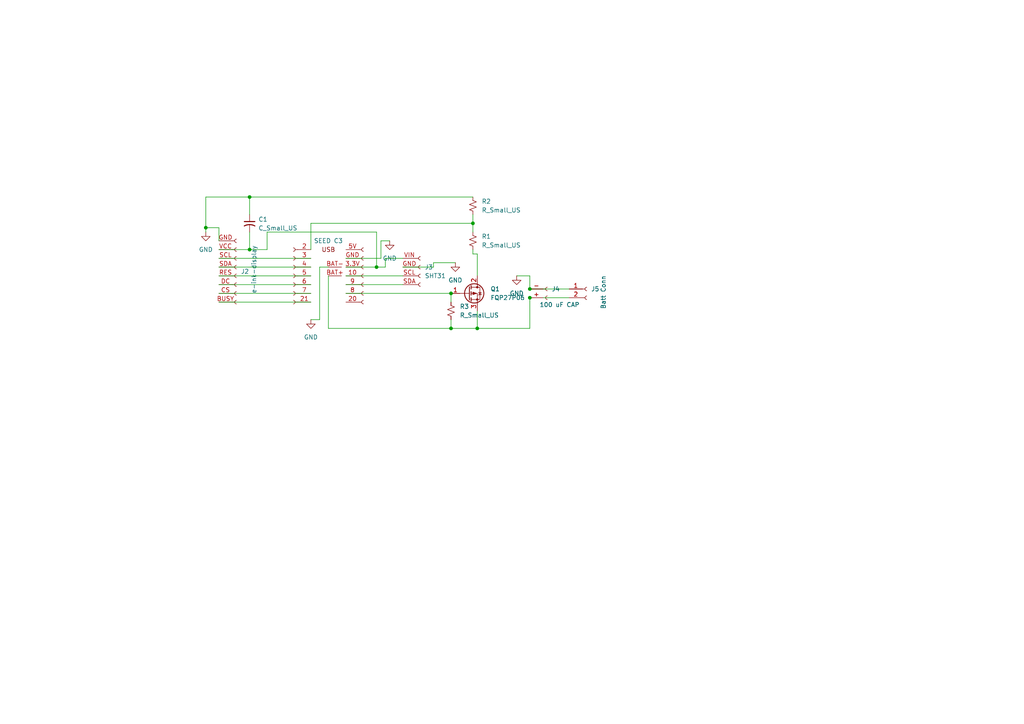
<source format=kicad_sch>
(kicad_sch (version 20250114) (generator "eeschema") (generator_version "9.0")
  (paper "A4")
  (lib_symbols
    (symbol "Conn_01x02_Socket_1" (pin_names (offset 1.016) (hide yes))
      (property "Reference" "J5" (at 1.27 0.0001 0))
      (property "Value" "Batt Conn" (at 4.826 -5.842 90))
      (symbol "Conn_01x02_Socket_1_1_1"
        (polyline (pts (xy -1.27 0) (xy -0.508 0)) (stroke (width 0.1524)))
        (polyline (pts (xy -1.27 -2.54) (xy -0.508 -2.54)) (stroke (width 0.1524)))
        (arc (start 0 -0.508) (mid -0.5058 0) (end 0 0.508) (stroke (width 0.1524)))
        (arc (start 0 -3.048) (mid -0.5058 -2.54) (end 0 -2.032) (stroke (width 0.1524)))
        (pin passive line (at -5.08 0 0) (length 3.81) (name "Pin_1") (number "1"))
        (pin passive line (at -5.08 -2.54 0) (length 3.81) (name "Pin_2") (number "2"))
      )
    )
    (symbol "Connector:Conn_01x02_Socket" (pin_names (offset 1.016) (hide yes))
      (property "Reference" "J4" (at 1.27 0.0001 0))
      (property "Value" "100 uF CAP" (at -2.286 -4.572 0))
      (symbol "Conn_01x02_Socket_1_1"
        (polyline (pts (xy -1.27 0) (xy -0.508 0)) (stroke (width 0.1524)))
        (polyline (pts (xy -1.27 -2.54) (xy -0.508 -2.54)) (stroke (width 0.1524)))
        (arc (start 0 -0.508) (mid -0.5058 0) (end 0 0.508) (stroke (width 0.1524)))
        (arc (start 0 -3.048) (mid -0.5058 -2.54) (end 0 -2.032) (stroke (width 0.1524)))
        (pin passive line (at -5.08 0 0) (length 3.81) (name "Pin_1") (number "-"))
        (pin passive line (at -5.08 -2.54 0) (length 3.81) (name "Pin_2") (number "+"))
      )
    )
    (symbol "Connector:Conn_01x04_Socket" (pin_names (offset 1.016) (hide yes))
      (property "Reference" "J3" (at 1.27 0.0001 0))
      (property "Value" "SHT31" (at 1.27 -2.5399 0))
      (symbol "Conn_01x04_Socket_1_1"
        (polyline (pts (xy -1.27 2.54) (xy -0.508 2.54)) (stroke (width 0.1524)))
        (polyline (pts (xy -1.27 0) (xy -0.508 0)) (stroke (width 0.1524)))
        (polyline (pts (xy -1.27 -2.54) (xy -0.508 -2.54)) (stroke (width 0.1524)))
        (polyline (pts (xy -1.27 -5.08) (xy -0.508 -5.08)) (stroke (width 0.1524)))
        (arc (start 0 2.032) (mid -0.5058 2.54) (end 0 3.048) (stroke (width 0.1524)))
        (arc (start 0 -0.508) (mid -0.5058 0) (end 0 0.508) (stroke (width 0.1524)))
        (arc (start 0 -3.048) (mid -0.5058 -2.54) (end 0 -2.032) (stroke (width 0.1524)))
        (arc (start 0 -5.588) (mid -0.5058 -5.08) (end 0 -4.572) (stroke (width 0.1524)))
        (pin passive line (at -5.08 2.54 0) (length 3.81) (name "Pin_1") (number "VIN"))
        (pin passive line (at -5.08 0 0) (length 3.81) (name "Pin_2") (number "GND"))
        (pin passive line (at -5.08 -2.54 0) (length 3.81) (name "Pin_3") (number "SCL"))
        (pin passive line (at -5.08 -5.08 0) (length 3.81) (name "Pin_4") (number "SDA"))
      )
    )
    (symbol "Connector:Conn_01x09_Socket" (pin_names (offset 1.016) (hide yes))
      (property "Reference" "J2" (at 1.27 1.2701 0))
      (property "Value" "e-ink-display" (at 5.08 -5.08 90))
      (symbol "Conn_01x09_Socket_1_1"
        (polyline (pts (xy -1.27 10.16) (xy -0.508 10.16)) (stroke (width 0.1524)))
        (polyline (pts (xy -1.27 7.62) (xy -0.508 7.62)) (stroke (width 0.1524)))
        (polyline (pts (xy -1.27 5.08) (xy -0.508 5.08)) (stroke (width 0.1524)))
        (polyline (pts (xy -1.27 2.54) (xy -0.508 2.54)) (stroke (width 0.1524)))
        (polyline (pts (xy -1.27 0) (xy -0.508 0)) (stroke (width 0.1524)))
        (polyline (pts (xy -1.27 -2.54) (xy -0.508 -2.54)) (stroke (width 0.1524)))
        (polyline (pts (xy -1.27 -5.08) (xy -0.508 -5.08)) (stroke (width 0.1524)))
        (polyline (pts (xy -1.27 -7.62) (xy -0.508 -7.62)) (stroke (width 0.1524)))
        (arc (start 0 9.652) (mid -0.5058 10.16) (end 0 10.668) (stroke (width 0.1524)))
        (arc (start 0 7.112) (mid -0.5058 7.62) (end 0 8.128) (stroke (width 0.1524)))
        (arc (start 0 4.572) (mid -0.5058 5.08) (end 0 5.588) (stroke (width 0.1524)))
        (arc (start 0 2.032) (mid -0.5058 2.54) (end 0 3.048) (stroke (width 0.1524)))
        (arc (start 0 -0.508) (mid -0.5058 0) (end 0 0.508) (stroke (width 0.1524)))
        (arc (start 0 -3.048) (mid -0.5058 -2.54) (end 0 -2.032) (stroke (width 0.1524)))
        (arc (start 0 -5.588) (mid -0.5058 -5.08) (end 0 -4.572) (stroke (width 0.1524)))
        (arc (start 0 -8.128) (mid -0.5058 -7.62) (end 0 -7.112) (stroke (width 0.1524)))
        (pin passive line (at -5.08 10.16 0) (length 3.81) (name "Pin_1") (number "GND"))
        (pin passive line (at -5.08 7.62 0) (length 3.81) (name "Pin_2") (number "VCC"))
        (pin passive line (at -5.08 5.08 0) (length 3.81) (name "Pin_3") (number "SCL"))
        (pin passive line (at -5.08 2.54 0) (length 3.81) (name "Pin_4") (number "SDA"))
        (pin passive line (at -5.08 0 0) (length 3.81) (name "Pin_5") (number "RES"))
        (pin passive line (at -5.08 -2.54 0) (length 3.81) (name "Pin_6") (number "DC"))
        (pin passive line (at -5.08 -5.08 0) (length 3.81) (name "Pin_7") (number "CS"))
        (pin passive line (at -5.08 -7.62 0) (length 3.81) (name "Pin_8") (number "BUSY"))
      )
    )
    (symbol "Connector:SEED-C3-Alex" (pin_names (offset 1.016) (hide yes))
      (property "Value" "SEED C3" (at 0 10.16 0))
      (symbol "SEED-C3-Alex_1_1"
        (arc (start -10.16 8.128) (mid -9.6542 7.62) (end -10.16 7.112) (stroke (width 0.1524)))
        (arc (start -10.16 5.588) (mid -9.6542 5.08) (end -10.16 4.572) (stroke (width 0.1524)))
        (arc (start -10.16 3.048) (mid -9.6542 2.54) (end -10.16 2.032) (stroke (width 0.1524)))
        (arc (start -10.16 0.508) (mid -9.6542 0) (end -10.16 -0.508) (stroke (width 0.1524)))
        (arc (start -10.16 -2.032) (mid -9.6542 -2.54) (end -10.16 -3.048) (stroke (width 0.1524)))
        (arc (start -10.16 -4.572) (mid -9.6542 -5.08) (end -10.16 -5.588) (stroke (width 0.1524)))
        (arc (start -10.16 -7.112) (mid -9.6542 -7.62) (end -10.16 -8.128) (stroke (width 0.1524)))
        (polyline (pts (xy -8.89 7.62) (xy -9.652 7.62)) (stroke (width 0.1524)))
        (polyline (pts (xy -8.89 5.08) (xy -9.652 5.08)) (stroke (width 0.1524)))
        (polyline (pts (xy -8.89 2.54) (xy -9.652 2.54)) (stroke (width 0.1524)))
        (polyline (pts (xy -8.89 0) (xy -9.652 0)) (stroke (width 0.1524)))
        (polyline (pts (xy -8.89 -2.54) (xy -9.652 -2.54)) (stroke (width 0.1524)))
        (polyline (pts (xy -8.89 -5.08) (xy -9.652 -5.08)) (stroke (width 0.1524)))
        (polyline (pts (xy -8.89 -7.62) (xy -9.652 -7.62)) (stroke (width 0.1524)))
        (polyline (pts (xy 8.89 7.62) (xy 9.652 7.62)) (stroke (width 0.1524)))
        (polyline (pts (xy 8.89 5.08) (xy 9.652 5.08)) (stroke (width 0.1524)))
        (polyline (pts (xy 8.89 2.54) (xy 9.652 2.54)) (stroke (width 0.1524)))
        (polyline (pts (xy 8.89 0) (xy 9.652 0)) (stroke (width 0.1524)))
        (polyline (pts (xy 8.89 -2.54) (xy 9.652 -2.54)) (stroke (width 0.1524)))
        (polyline (pts (xy 8.89 -5.08) (xy 9.652 -5.08)) (stroke (width 0.1524)))
        (polyline (pts (xy 8.89 -7.62) (xy 9.652 -7.62)) (stroke (width 0.1524)))
        (arc (start 10.16 7.112) (mid 9.6542 7.62) (end 10.16 8.128) (stroke (width 0.1524)))
        (arc (start 10.16 4.572) (mid 9.6542 5.08) (end 10.16 5.588) (stroke (width 0.1524)))
        (arc (start 10.16 2.032) (mid 9.6542 2.54) (end 10.16 3.048) (stroke (width 0.1524)))
        (arc (start 10.16 -0.508) (mid 9.6542 0) (end 10.16 0.508) (stroke (width 0.1524)))
        (arc (start 10.16 -3.048) (mid 9.6542 -2.54) (end 10.16 -2.032) (stroke (width 0.1524)))
        (arc (start 10.16 -5.588) (mid 9.6542 -5.08) (end 10.16 -4.572) (stroke (width 0.1524)))
        (arc (start 10.16 -8.128) (mid 9.6542 -7.62) (end 10.16 -7.112) (stroke (width 0.1524)))
        (text "USB" (at 0 7.62 0) (effects (font (size 1.27 1.27))))
        (pin passive line (at -5.08 7.62 180) (length 3.81) (name "Pin_8") (number "2"))
        (pin passive line (at -5.08 5.08 180) (length 3.81) (name "Pin_7") (number "3"))
        (pin passive line (at -5.08 2.54 180) (length 3.81) (name "Pin_6") (number "4"))
        (pin passive line (at -5.08 0 180) (length 3.81) (name "Pin_5") (number "5"))
        (pin passive line (at -5.08 -2.54 180) (length 3.81) (name "Pin_4") (number "6"))
        (pin passive line (at -5.08 -5.08 180) (length 3.81) (name "Pin_3") (number "7"))
        (pin passive line (at -5.08 -7.62 180) (length 3.81) (name "Pin_2") (number "21"))
        (pin passive line (at 0 2.54 0) (length 3.81) (name "Pin_1") (number "BAT-"))
        (pin passive line (at 0 0 0) (length 3.81) (name "Pin_1") (number "BAT+"))
        (pin passive line (at 5.08 7.62 0) (length 3.81) (name "Pin_1") (number "5V"))
        (pin passive line (at 5.08 5.08 0) (length 3.81) (name "Pin_2") (number "GND"))
        (pin passive line (at 5.08 2.54 0) (length 3.81) (name "Pin_3") (number "3.3V"))
        (pin passive line (at 5.08 0 0) (length 3.81) (name "Pin_4") (number "10"))
        (pin passive line (at 5.08 -2.54 0) (length 3.81) (name "Pin_5") (number "9"))
        (pin passive line (at 5.08 -5.08 0) (length 3.81) (name "Pin_6") (number "8"))
        (pin passive line (at 5.08 -7.62 0) (length 3.81) (name "Pin_7") (number "20"))
      )
    )
    (symbol "Device:C_Small_US" (pin_numbers (hide yes)) (pin_names (offset 0.254) (hide yes))
      (property "Reference" "C" (at 0.254 1.778 0))
      (property "Value" "C_Small_US" (at 0.254 -2.032 0))
      (symbol "C_Small_US_0_1"
        (polyline (pts (xy -1.524 0.508) (xy 1.524 0.508)) (stroke (width 0.3048)))
        (arc (start -1.524 -0.762) (mid 0 -0.3734) (end 1.524 -0.762) (stroke (width 0.3048)))
      )
      (symbol "C_Small_US_1_1"
        (pin passive line (at 0 2.54 270) (length 2.032) (name "~") (number "1"))
        (pin passive line (at 0 -2.54 90) (length 2.032) (name "~") (number "2"))
      )
    )
    (symbol "Device:R_Small_US" (pin_numbers (hide yes)) (pin_names (offset 0.254) (hide yes))
      (property "Reference" "R" (at 0.762 0.508 0))
      (property "Value" "R_Small_US" (at 0.762 -1.016 0))
      (symbol "R_Small_US_1_1"
        (polyline (pts (xy 0 1.524) (xy 1.016 1.143) (xy 0 0.762) (xy -1.016 0.381) (xy 0 0)))
        (polyline (pts (xy 0 0) (xy 1.016 -0.381) (xy 0 -0.762) (xy -1.016 -1.143) (xy 0 -1.524)))
        (pin passive line (at 0 2.54 270) (length 1.016) (name "~") (number "1"))
        (pin passive line (at 0 -2.54 90) (length 1.016) (name "~") (number "2"))
      )
    )
    (symbol "Transistor_FET:FQP27P06" (pin_names (hide yes))
      (property "Reference" "Q" (at 5.08 1.905 0))
      (property "Value" "FQP27P06" (at 5.08 0 0))
      (symbol "FQP27P06_0_1"
        (polyline (pts (xy 0.254 1.905) (xy 0.254 -1.905)) (stroke (width 0.254)))
        (polyline (pts (xy 0.254 0) (xy -2.54 0)))
        (polyline (pts (xy 0.762 2.286) (xy 0.762 1.27)) (stroke (width 0.254)))
        (polyline (pts (xy 0.762 1.778) (xy 3.302 1.778) (xy 3.302 -1.778) (xy 0.762 -1.778)))
        (polyline (pts (xy 0.762 0.508) (xy 0.762 -0.508)) (stroke (width 0.254)))
        (polyline (pts (xy 0.762 -1.27) (xy 0.762 -2.286)) (stroke (width 0.254)))
        (circle (center 1.651 0) (radius 2.794) (stroke (width 0.254)))
        (polyline (pts (xy 2.286 0) (xy 1.27 0.381) (xy 1.27 -0.381) (xy 2.286 0)) (fill (type outline)))
        (polyline (pts (xy 2.54 2.54) (xy 2.54 1.778)))
        (circle (center 2.54 1.778) (radius 0.254) (fill (type outline)))
        (circle (center 2.54 -1.778) (radius 0.254) (fill (type outline)))
        (polyline (pts (xy 2.54 -2.54) (xy 2.54 0) (xy 0.762 0)))
        (polyline (pts (xy 2.794 -0.508) (xy 2.921 -0.381) (xy 3.683 -0.381) (xy 3.81 -0.254)))
        (polyline (pts (xy 3.302 -0.381) (xy 2.921 0.254) (xy 3.683 0.254) (xy 3.302 -0.381)))
      )
      (symbol "FQP27P06_1_1"
        (pin input line (at -5.08 0 0) (length 2.54) (name "G") (number "1"))
        (pin passive line (at 2.54 5.08 270) (length 2.54) (name "D") (number "2"))
        (pin passive line (at 2.54 -5.08 90) (length 2.54) (name "S") (number "3"))
      )
    )
    (symbol "power:GND" (power) (pin_numbers (hide yes)) (pin_names (offset 0) (hide yes))
      (property "Value" "GND" (at 0 -3.81 0))
      (symbol "GND_0_1"
        (polyline (pts (xy 0 0) (xy 0 -1.27) (xy 1.27 -1.27) (xy 0 -2.54) (xy -1.27 -1.27) (xy 0 -1.27)))
      )
      (symbol "GND_1_1"
        (pin power_in line (at 0 0 270) (length 0) (name "~") (number "1"))
      )
    )
  )
  (junction (at 137.16 64.77))
  (junction (at 130.81 85.09))
  (junction (at 72.39 72.39))
  (junction (at 153.67 86.36))
  (junction (at 72.39 57.15))
  (junction (at 130.81 95.25))
  (junction (at 59.69 66.04))
  (junction (at 138.43 95.25))
  (junction (at 109.22 77.47))
  (junction (at 153.67 83.82))
  (wire (pts (xy 77.47 72.39) (xy 72.39 72.39)))
  (wire (pts (xy 72.39 57.15) (xy 59.69 57.15)))
  (wire (pts (xy 100.33 74.93) (xy 110.49 74.93)))
  (wire (pts (xy 100.33 80.01) (xy 116.84 80.01)))
  (wire (pts (xy 63.5 82.55) (xy 90.17 82.55)))
  (wire (pts (xy 92.71 77.47) (xy 92.71 92.71)))
  (wire (pts (xy 63.5 87.63) (xy 90.17 87.63)))
  (wire (pts (xy 90.17 64.77) (xy 90.17 72.39)))
  (wire (pts (xy 72.39 72.39) (xy 63.5 72.39)))
  (wire (pts (xy 138.43 73.66) (xy 138.43 80.01)))
  (wire (pts (xy 63.5 69.85) (xy 63.5 66.04)))
  (wire (pts (xy 153.67 86.36) (xy 165.1 86.36)))
  (wire (pts (xy 130.81 92.71) (xy 130.81 95.25)))
  (wire (pts (xy 153.67 83.82) (xy 153.67 80.01)))
  (wire (pts (xy 137.16 57.15) (xy 72.39 57.15)))
  (wire (pts (xy 77.47 67.31) (xy 77.47 72.39)))
  (wire (pts (xy 111.76 74.93) (xy 111.76 77.47)))
  (wire (pts (xy 137.16 64.77) (xy 90.17 64.77)))
  (wire (pts (xy 95.25 77.47) (xy 92.71 77.47)))
  (wire (pts (xy 63.5 85.09) (xy 90.17 85.09)))
  (wire (pts (xy 100.33 85.09) (xy 130.81 85.09)))
  (wire (pts (xy 137.16 64.77) (xy 137.16 67.31)))
  (wire (pts (xy 138.43 95.25) (xy 138.43 90.17)))
  (wire (pts (xy 137.16 72.39) (xy 137.16 73.66)))
  (wire (pts (xy 130.81 95.25) (xy 138.43 95.25)))
  (wire (pts (xy 59.69 66.04) (xy 59.69 67.31)))
  (wire (pts (xy 63.5 77.47) (xy 90.17 77.47)))
  (wire (pts (xy 109.22 67.31) (xy 77.47 67.31)))
  (wire (pts (xy 130.81 85.09) (xy 130.81 87.63)))
  (wire (pts (xy 110.49 69.85) (xy 113.03 69.85)))
  (wire (pts (xy 153.67 83.82) (xy 165.1 83.82)))
  (wire (pts (xy 137.16 62.23) (xy 137.16 64.77)))
  (wire (pts (xy 125.73 76.2) (xy 125.73 77.47)))
  (wire (pts (xy 110.49 74.93) (xy 110.49 69.85)))
  (wire (pts (xy 92.71 92.71) (xy 90.17 92.71)))
  (wire (pts (xy 63.5 74.93) (xy 90.17 74.93)))
  (wire (pts (xy 59.69 57.15) (xy 59.69 66.04)))
  (wire (pts (xy 95.25 80.01) (xy 95.25 95.25)))
  (wire (pts (xy 111.76 77.47) (xy 109.22 77.47)))
  (wire (pts (xy 100.33 82.55) (xy 116.84 82.55)))
  (wire (pts (xy 137.16 73.66) (xy 138.43 73.66)))
  (wire (pts (xy 153.67 95.25) (xy 138.43 95.25)))
  (wire (pts (xy 153.67 86.36) (xy 153.67 95.25)))
  (wire (pts (xy 116.84 74.93) (xy 111.76 74.93)))
  (wire (pts (xy 132.08 76.2) (xy 125.73 76.2)))
  (wire (pts (xy 72.39 57.15) (xy 72.39 62.23)))
  (wire (pts (xy 153.67 80.01) (xy 149.86 80.01)))
  (wire (pts (xy 109.22 77.47) (xy 109.22 67.31)))
  (wire (pts (xy 95.25 95.25) (xy 130.81 95.25)))
  (wire (pts (xy 125.73 77.47) (xy 116.84 77.47)))
  (wire (pts (xy 72.39 67.31) (xy 72.39 72.39)))
  (wire (pts (xy 63.5 66.04) (xy 59.69 66.04)))
  (wire (pts (xy 109.22 77.47) (xy 100.33 77.47)))
  (wire (pts (xy 63.5 80.01) (xy 90.17 80.01)))
  (symbol (lib_id "power:GND") (at 113.03 69.85 0) (unit 1)
    (property "Reference" "#PWR03" (effects (hide yes)))
    (property "Value" "GND" (at 113.03 74.93 0))
    (property "Description" "Power symbol creates a global label with name \"GND\" , ground" (effects (hide yes)))
  )
  (symbol (lib_id "Device:R_Small_US") (at 130.81 90.17 0) (unit 1)
    (property "Reference" "R3" (at 133.35 88.8999 0) (effects (justify left)))
    (property "Value" "R_Small_US" (at 133.35 91.4399 0) (effects (justify left)))
    (property "Footprint" "Resistor_THT:R_Axial_DIN0207_L6.3mm_D2.5mm_P10.16mm_Horizontal" (effects (hide yes)))
    (property "Description" "Resistor, small US symbol" (effects (hide yes)))
  )
  (symbol (lib_id "Device:C_Small_US") (at 72.39 64.77 0) (unit 1)
    (property "Reference" "C1" (at 74.93 63.6269 0) (effects (justify left)))
    (property "Value" "C_Small_US" (at 74.93 66.1669 0) (effects (justify left)))
    (property "Footprint" "Capacitor_THT:C_Disc_D7.5mm_W5.0mm_P5.00mm" (effects (hide yes)))
    (property "Description" "capacitor, small US symbol" (effects (hide yes)))
  )
  (symbol (lib_id "Transistor_FET:FQP27P06") (at 135.89 85.09 0) (unit 1)
    (property "Reference" "Q1" (at 142.24 83.8199 0) (effects (justify left)))
    (property "Value" "FQP27P06" (at 142.24 86.3599 0) (effects (justify left)))
    (property "Footprint" "Package_TO_SOT_THT:TO-220-3_Vertical" (effects (hide yes)))
    (property "Datasheet" "https://www.onsemi.com/pub/Collateral/FQP27P06-D.PDF" (effects (hide yes)))
    (property "Description" "-27A Id, -60V Vds, QFET P-Channel MOSFET, TO-220" (effects (hide yes)))
  )
  (symbol (lib_id "Connector:Conn_01x02_Socket") (at 158.75 83.82 0) (unit 1)
    (property "Reference" "J4" (at 160.02 83.8199 0) (effects (justify left)))
    (property "Value" "100 uF CAP" (at 156.464 88.392 0) (effects (justify left)))
    (property "Footprint" "Capacitor_THT:CP_Radial_D8.0mm_P5.00mm" (effects (hide yes)))
    (property "Description" "Generic connector, single row, 01x02, script generated" (effects (hide yes)))
  )
  (symbol (lib_id "Connector:Conn_01x04_Socket") (at 121.92 77.47 0) (unit 1)
    (property "Reference" "J3" (at 123.19 77.4699 0) (effects (justify left)))
    (property "Value" "SHT31" (at 123.19 80.0099 0) (effects (justify left)))
    (property "Footprint" "Connector_PinSocket_2.54mm:PinSocket_1x04_P2.54mm_Vertical" (effects (hide yes)))
    (property "Description" "Generic connector, single row, 01x04, script generated" (effects (hide yes)))
  )
  (symbol (lib_id "power:GND") (at 90.17 92.71 0) (unit 1)
    (property "Reference" "#PWR05" (effects (hide yes)))
    (property "Value" "GND" (at 90.17 97.79 0))
    (property "Description" "Power symbol creates a global label with name \"GND\" , ground" (effects (hide yes)))
  )
  (symbol (lib_id "power:GND") (at 132.08 76.2 0) (unit 1)
    (property "Reference" "#PWR02" (effects (hide yes)))
    (property "Value" "GND" (at 132.08 81.28 0))
    (property "Description" "Power symbol creates a global label with name \"GND\" , ground" (effects (hide yes)))
  )
  (symbol (lib_id "power:GND") (at 59.69 67.31 0) (unit 1)
    (property "Reference" "#PWR01" (effects (hide yes)))
    (property "Value" "GND" (at 59.69 72.39 0))
    (property "Description" "Power symbol creates a global label with name \"GND\" , ground" (effects (hide yes)))
  )
  (symbol (lib_name "Conn_01x02_Socket_1") (lib_id "Connector:Conn_01x02_Socket") (at 170.18 83.82 0) (unit 1)
    (property "Reference" "J5" (at 171.45 83.8199 0) (effects (justify left)))
    (property "Value" "Batt Conn" (at 175.006 89.662 90) (effects (justify left)))
    (property "Footprint" "Connector_PinSocket_2.00mm:PinSocket_1x02_P2.00mm_Vertical" (effects (hide yes)))
    (property "Description" "Generic connector, single row, 01x02, script generated" (effects (hide yes)))
  )
  (symbol (lib_id "Device:R_Small_US") (at 137.16 69.85 0) (unit 1)
    (property "Reference" "R1" (at 139.7 68.5799 0) (effects (justify left)))
    (property "Value" "R_Small_US" (at 139.7 71.1199 0) (effects (justify left)))
    (property "Footprint" "Resistor_THT:R_Axial_DIN0207_L6.3mm_D2.5mm_P10.16mm_Horizontal" (effects (hide yes)))
    (property "Description" "Resistor, small US symbol" (effects (hide yes)))
  )
  (symbol (lib_id "power:GND") (at 149.86 80.01 0) (unit 1)
    (property "Reference" "#PWR04" (effects (hide yes)))
    (property "Value" "GND" (at 149.86 85.09 0))
    (property "Description" "Power symbol creates a global label with name \"GND\" , ground" (effects (hide yes)))
  )
  (symbol (lib_id "Connector:Conn_01x09_Socket") (at 68.58 80.01 0) (unit 1)
    (property "Reference" "J2" (at 69.85 78.7399 0) (effects (justify left)))
    (property "Value" "e-ink-display" (at 73.66 85.09 90) (effects (justify left)))
    (property "Footprint" "Connector_PinHeader_2.54mm:PinHeader_1x08_P2.54mm_Vertical" (effects (hide yes)))
    (property "Description" "Generic connector, single row, 01x09, script generated" (effects (hide yes)))
  )
  (symbol (lib_id "Device:R_Small_US") (at 137.16 59.69 0) (unit 1)
    (property "Reference" "R2" (at 139.7 58.4199 0) (effects (justify left)))
    (property "Value" "R_Small_US" (at 139.7 60.9599 0) (effects (justify left)))
    (property "Footprint" "Resistor_THT:R_Axial_DIN0207_L6.3mm_D2.5mm_P10.16mm_Horizontal" (effects (hide yes)))
    (property "Description" "Resistor, small US symbol" (effects (hide yes)))
  )
  (symbol (lib_id "Connector:SEED-C3-Alex") (at 95.25 80.01 0) (unit 1)
    (property "Reference" "J1" (effects (hide yes)))
    (property "Value" "SEED C3" (at 95.25 69.85 0))
    (property "Footprint" "Module:XIAO-ESP32C3-SMD_alex" (effects (hide yes)))
    (property "Description" "Generic connector, single row, 01x08, script generated" (effects (hide yes)))
  )
)
</source>
